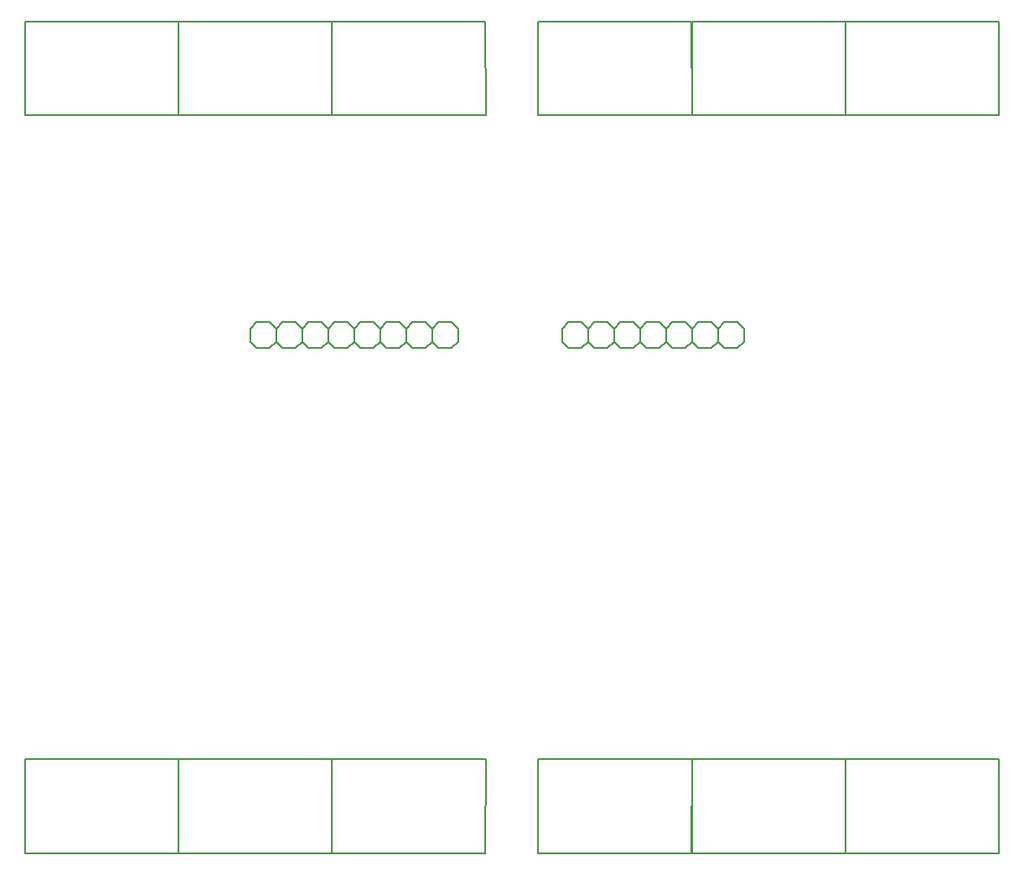
<source format=gbr>
%FSLAX34Y34*%
%MOMM*%
%LNSILK_BOTTOM*%
G71*
G01*
%ADD10C, 0.150*%
%LPD*%
G54D10*
X461900Y680500D02*
X455600Y686800D01*
X442800Y686800D01*
X436500Y680500D01*
X436500Y667700D01*
X442800Y661400D01*
X455600Y661400D01*
X461900Y667700D01*
X461900Y680500D01*
G54D10*
X436500Y680500D02*
X430200Y686800D01*
X417400Y686800D01*
X411100Y680500D01*
X411100Y667700D01*
X417400Y661400D01*
X430200Y661400D01*
X436500Y667700D01*
X436500Y680500D01*
G54D10*
X411100Y680500D02*
X404800Y686800D01*
X392000Y686800D01*
X385700Y680500D01*
X385700Y667700D01*
X392000Y661400D01*
X404800Y661400D01*
X411100Y667700D01*
X411100Y680500D01*
G54D10*
X385700Y680500D02*
X379400Y686800D01*
X366600Y686800D01*
X360300Y680500D01*
X360300Y667700D01*
X366600Y661400D01*
X379400Y661400D01*
X385700Y667700D01*
X385700Y680500D01*
G54D10*
X360300Y680500D02*
X354000Y686800D01*
X341200Y686800D01*
X334900Y680500D01*
X334900Y667700D01*
X341200Y661400D01*
X354000Y661400D01*
X360300Y667700D01*
X360300Y680500D01*
G54D10*
X334900Y680500D02*
X328600Y686800D01*
X315800Y686800D01*
X309500Y680500D01*
X309500Y667700D01*
X315800Y661400D01*
X328600Y661400D01*
X334900Y667700D01*
X334900Y680500D01*
G54D10*
X309500Y680500D02*
X303200Y686800D01*
X290400Y686800D01*
X284100Y680500D01*
X284100Y667700D01*
X290400Y661400D01*
X303200Y661400D01*
X309500Y667700D01*
X309500Y680500D01*
G54D10*
X284100Y680500D02*
X277800Y686800D01*
X265000Y686800D01*
X258700Y680500D01*
X258700Y667700D01*
X265000Y661400D01*
X277800Y661400D01*
X284100Y667700D01*
X284100Y680500D01*
G54D10*
X741300Y680500D02*
X735000Y686800D01*
X722200Y686800D01*
X715900Y680500D01*
X715900Y667700D01*
X722200Y661400D01*
X735000Y661400D01*
X741300Y667700D01*
X741300Y680500D01*
G54D10*
X715900Y680500D02*
X709600Y686800D01*
X696800Y686800D01*
X690500Y680500D01*
X690500Y667700D01*
X696800Y661400D01*
X709600Y661400D01*
X715900Y667700D01*
X715900Y680500D01*
G54D10*
X690500Y680500D02*
X684200Y686800D01*
X671400Y686800D01*
X665100Y680500D01*
X665100Y667700D01*
X671400Y661400D01*
X684200Y661400D01*
X690500Y667700D01*
X690500Y680500D01*
G54D10*
X665100Y680500D02*
X658800Y686800D01*
X646000Y686800D01*
X639700Y680500D01*
X639700Y667700D01*
X646000Y661400D01*
X658800Y661400D01*
X665100Y667700D01*
X665100Y680500D01*
G54D10*
X639700Y680500D02*
X633400Y686800D01*
X620600Y686800D01*
X614300Y680500D01*
X614300Y667700D01*
X620600Y661400D01*
X633400Y661400D01*
X639700Y667700D01*
X639700Y680500D01*
G54D10*
X614300Y680500D02*
X608000Y686800D01*
X595200Y686800D01*
X588900Y680500D01*
X588900Y667700D01*
X595200Y661400D01*
X608000Y661400D01*
X614300Y667700D01*
X614300Y680500D01*
G54D10*
X588900Y680500D02*
X582600Y686800D01*
X569800Y686800D01*
X563500Y680500D01*
X563500Y667700D01*
X569800Y661400D01*
X582600Y661400D01*
X588900Y667700D01*
X588900Y680500D01*
G54D10*
X339000Y259100D02*
X489000Y259100D01*
X488800Y167200D01*
X339000Y167200D01*
X339000Y259100D01*
G54D10*
X189000Y259100D02*
X339000Y259100D01*
X338800Y167200D01*
X189000Y167200D01*
X189000Y259100D01*
G54D10*
X39000Y259100D02*
X189000Y259100D01*
X188800Y167200D01*
X39000Y167200D01*
X39000Y259100D01*
G54D10*
X339000Y889100D02*
X489000Y889100D01*
X488800Y981000D01*
X339000Y981000D01*
X339000Y889100D01*
G54D10*
X189000Y889100D02*
X339000Y889100D01*
X338800Y981000D01*
X189000Y981000D01*
X189000Y889100D01*
G54D10*
X39000Y889100D02*
X189000Y889100D01*
X188800Y981000D01*
X39000Y981000D01*
X39000Y889100D01*
G54D10*
X840600Y259100D02*
X990600Y259100D01*
X990400Y167200D01*
X840600Y167200D01*
X840600Y259100D01*
G54D10*
X690600Y259100D02*
X840600Y259100D01*
X840400Y167200D01*
X690600Y167200D01*
X690600Y259100D01*
G54D10*
X540600Y259100D02*
X690600Y259100D01*
X690400Y167200D01*
X540600Y167200D01*
X540600Y259100D01*
G54D10*
X840600Y889100D02*
X990600Y889100D01*
X990400Y981000D01*
X840600Y981000D01*
X840600Y889100D01*
G54D10*
X690600Y889100D02*
X840600Y889100D01*
X840400Y981000D01*
X690600Y981000D01*
X690600Y889100D01*
G54D10*
X540600Y889100D02*
X690600Y889100D01*
X690400Y981000D01*
X540600Y981000D01*
X540600Y889100D01*
M02*

</source>
